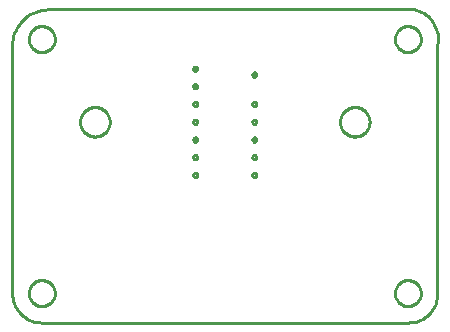
<source format=gbr>
G04 EAGLE Gerber RS-274X export*
G75*
%MOMM*%
%FSLAX34Y34*%
%LPD*%
%IN*%
%IPPOS*%
%AMOC8*
5,1,8,0,0,1.08239X$1,22.5*%
G01*
%ADD10C,0.254000*%


D10*
X0Y25000D02*
X95Y22821D01*
X380Y20659D01*
X852Y18530D01*
X1508Y16450D01*
X2342Y14435D01*
X3349Y12500D01*
X4521Y10661D01*
X5849Y8930D01*
X7322Y7322D01*
X8930Y5849D01*
X10661Y4521D01*
X12500Y3349D01*
X14435Y2342D01*
X16450Y1508D01*
X18530Y852D01*
X20659Y380D01*
X22821Y95D01*
X25000Y0D01*
X335000Y0D01*
X337179Y95D01*
X339341Y380D01*
X341470Y852D01*
X343551Y1508D01*
X345565Y2342D01*
X347500Y3349D01*
X349339Y4521D01*
X351070Y5849D01*
X352678Y7322D01*
X354151Y8930D01*
X355479Y10661D01*
X356651Y12500D01*
X357658Y14435D01*
X358492Y16450D01*
X359148Y18530D01*
X359620Y20659D01*
X359905Y22821D01*
X360000Y25000D01*
X360000Y235100D01*
X360341Y237298D01*
X360488Y239517D01*
X360442Y241741D01*
X360202Y243952D01*
X359771Y246134D01*
X359151Y248270D01*
X358347Y250344D01*
X357365Y252339D01*
X356213Y254242D01*
X354900Y256037D01*
X353435Y257711D01*
X351830Y259251D01*
X350097Y260645D01*
X348249Y261882D01*
X346300Y262954D01*
X344265Y263852D01*
X342160Y264569D01*
X340000Y265100D01*
X30000Y265100D01*
X27385Y264986D01*
X24791Y264644D01*
X22235Y264078D01*
X19739Y263291D01*
X17321Y262289D01*
X15000Y261081D01*
X12793Y259675D01*
X10716Y258081D01*
X8787Y256313D01*
X7019Y254384D01*
X5425Y252307D01*
X4019Y250100D01*
X2811Y247779D01*
X1809Y245361D01*
X1022Y242865D01*
X456Y240309D01*
X114Y237715D01*
X0Y235100D01*
X0Y25000D01*
X156750Y214828D02*
X156683Y214490D01*
X156551Y214171D01*
X156359Y213884D01*
X156116Y213641D01*
X155829Y213449D01*
X155510Y213317D01*
X155172Y213250D01*
X154828Y213250D01*
X154490Y213317D01*
X154171Y213449D01*
X153884Y213641D01*
X153641Y213884D01*
X153449Y214171D01*
X153317Y214490D01*
X153250Y214828D01*
X153250Y215172D01*
X153317Y215510D01*
X153449Y215829D01*
X153641Y216116D01*
X153884Y216359D01*
X154171Y216551D01*
X154490Y216683D01*
X154828Y216750D01*
X155172Y216750D01*
X155510Y216683D01*
X155829Y216551D01*
X156116Y216359D01*
X156359Y216116D01*
X156551Y215829D01*
X156683Y215510D01*
X156750Y215172D01*
X156750Y214828D01*
X156750Y199828D02*
X156683Y199490D01*
X156551Y199171D01*
X156359Y198884D01*
X156116Y198641D01*
X155829Y198449D01*
X155510Y198317D01*
X155172Y198250D01*
X154828Y198250D01*
X154490Y198317D01*
X154171Y198449D01*
X153884Y198641D01*
X153641Y198884D01*
X153449Y199171D01*
X153317Y199490D01*
X153250Y199828D01*
X153250Y200172D01*
X153317Y200510D01*
X153449Y200829D01*
X153641Y201116D01*
X153884Y201359D01*
X154171Y201551D01*
X154490Y201683D01*
X154828Y201750D01*
X155172Y201750D01*
X155510Y201683D01*
X155829Y201551D01*
X156116Y201359D01*
X156359Y201116D01*
X156551Y200829D01*
X156683Y200510D01*
X156750Y200172D01*
X156750Y199828D01*
X156750Y184828D02*
X156683Y184490D01*
X156551Y184171D01*
X156359Y183884D01*
X156116Y183641D01*
X155829Y183449D01*
X155510Y183317D01*
X155172Y183250D01*
X154828Y183250D01*
X154490Y183317D01*
X154171Y183449D01*
X153884Y183641D01*
X153641Y183884D01*
X153449Y184171D01*
X153317Y184490D01*
X153250Y184828D01*
X153250Y185172D01*
X153317Y185510D01*
X153449Y185829D01*
X153641Y186116D01*
X153884Y186359D01*
X154171Y186551D01*
X154490Y186683D01*
X154828Y186750D01*
X155172Y186750D01*
X155510Y186683D01*
X155829Y186551D01*
X156116Y186359D01*
X156359Y186116D01*
X156551Y185829D01*
X156683Y185510D01*
X156750Y185172D01*
X156750Y184828D01*
X156750Y154828D02*
X156683Y154490D01*
X156551Y154171D01*
X156359Y153884D01*
X156116Y153641D01*
X155829Y153449D01*
X155510Y153317D01*
X155172Y153250D01*
X154828Y153250D01*
X154490Y153317D01*
X154171Y153449D01*
X153884Y153641D01*
X153641Y153884D01*
X153449Y154171D01*
X153317Y154490D01*
X153250Y154828D01*
X153250Y155172D01*
X153317Y155510D01*
X153449Y155829D01*
X153641Y156116D01*
X153884Y156359D01*
X154171Y156551D01*
X154490Y156683D01*
X154828Y156750D01*
X155172Y156750D01*
X155510Y156683D01*
X155829Y156551D01*
X156116Y156359D01*
X156359Y156116D01*
X156551Y155829D01*
X156683Y155510D01*
X156750Y155172D01*
X156750Y154828D01*
X156750Y169828D02*
X156683Y169490D01*
X156551Y169171D01*
X156359Y168884D01*
X156116Y168641D01*
X155829Y168449D01*
X155510Y168317D01*
X155172Y168250D01*
X154828Y168250D01*
X154490Y168317D01*
X154171Y168449D01*
X153884Y168641D01*
X153641Y168884D01*
X153449Y169171D01*
X153317Y169490D01*
X153250Y169828D01*
X153250Y170172D01*
X153317Y170510D01*
X153449Y170829D01*
X153641Y171116D01*
X153884Y171359D01*
X154171Y171551D01*
X154490Y171683D01*
X154828Y171750D01*
X155172Y171750D01*
X155510Y171683D01*
X155829Y171551D01*
X156116Y171359D01*
X156359Y171116D01*
X156551Y170829D01*
X156683Y170510D01*
X156750Y170172D01*
X156750Y169828D01*
X156750Y124828D02*
X156683Y124490D01*
X156551Y124171D01*
X156359Y123884D01*
X156116Y123641D01*
X155829Y123449D01*
X155510Y123317D01*
X155172Y123250D01*
X154828Y123250D01*
X154490Y123317D01*
X154171Y123449D01*
X153884Y123641D01*
X153641Y123884D01*
X153449Y124171D01*
X153317Y124490D01*
X153250Y124828D01*
X153250Y125172D01*
X153317Y125510D01*
X153449Y125829D01*
X153641Y126116D01*
X153884Y126359D01*
X154171Y126551D01*
X154490Y126683D01*
X154828Y126750D01*
X155172Y126750D01*
X155510Y126683D01*
X155829Y126551D01*
X156116Y126359D01*
X156359Y126116D01*
X156551Y125829D01*
X156683Y125510D01*
X156750Y125172D01*
X156750Y124828D01*
X156750Y139828D02*
X156683Y139490D01*
X156551Y139171D01*
X156359Y138884D01*
X156116Y138641D01*
X155829Y138449D01*
X155510Y138317D01*
X155172Y138250D01*
X154828Y138250D01*
X154490Y138317D01*
X154171Y138449D01*
X153884Y138641D01*
X153641Y138884D01*
X153449Y139171D01*
X153317Y139490D01*
X153250Y139828D01*
X153250Y140172D01*
X153317Y140510D01*
X153449Y140829D01*
X153641Y141116D01*
X153884Y141359D01*
X154171Y141551D01*
X154490Y141683D01*
X154828Y141750D01*
X155172Y141750D01*
X155510Y141683D01*
X155829Y141551D01*
X156116Y141359D01*
X156359Y141116D01*
X156551Y140829D01*
X156683Y140510D01*
X156750Y140172D01*
X156750Y139828D01*
X82500Y169509D02*
X82423Y168530D01*
X82269Y167560D01*
X82040Y166604D01*
X81736Y165670D01*
X81361Y164763D01*
X80915Y163888D01*
X80401Y163050D01*
X79824Y162255D01*
X79186Y161508D01*
X78492Y160814D01*
X77745Y160176D01*
X76950Y159599D01*
X76112Y159085D01*
X75237Y158639D01*
X74330Y158264D01*
X73396Y157960D01*
X72441Y157731D01*
X71470Y157577D01*
X70491Y157500D01*
X69509Y157500D01*
X68530Y157577D01*
X67560Y157731D01*
X66604Y157960D01*
X65670Y158264D01*
X64763Y158639D01*
X63888Y159085D01*
X63050Y159599D01*
X62255Y160176D01*
X61508Y160814D01*
X60814Y161508D01*
X60176Y162255D01*
X59599Y163050D01*
X59085Y163888D01*
X58639Y164763D01*
X58264Y165670D01*
X57960Y166604D01*
X57731Y167560D01*
X57577Y168530D01*
X57500Y169509D01*
X57500Y170491D01*
X57577Y171470D01*
X57731Y172441D01*
X57960Y173396D01*
X58264Y174330D01*
X58639Y175237D01*
X59085Y176112D01*
X59599Y176950D01*
X60176Y177745D01*
X60814Y178492D01*
X61508Y179186D01*
X62255Y179824D01*
X63050Y180401D01*
X63888Y180915D01*
X64763Y181361D01*
X65670Y181736D01*
X66604Y182040D01*
X67560Y182269D01*
X68530Y182423D01*
X69509Y182500D01*
X70491Y182500D01*
X71470Y182423D01*
X72441Y182269D01*
X73396Y182040D01*
X74330Y181736D01*
X75237Y181361D01*
X76112Y180915D01*
X76950Y180401D01*
X77745Y179824D01*
X78492Y179186D01*
X79186Y178492D01*
X79824Y177745D01*
X80401Y176950D01*
X80915Y176112D01*
X81361Y175237D01*
X81736Y174330D01*
X82040Y173396D01*
X82269Y172441D01*
X82423Y171470D01*
X82500Y170491D01*
X82500Y169509D01*
X206750Y209828D02*
X206683Y209490D01*
X206551Y209171D01*
X206359Y208884D01*
X206116Y208641D01*
X205829Y208449D01*
X205510Y208317D01*
X205172Y208250D01*
X204828Y208250D01*
X204490Y208317D01*
X204171Y208449D01*
X203884Y208641D01*
X203641Y208884D01*
X203449Y209171D01*
X203317Y209490D01*
X203250Y209828D01*
X203250Y210172D01*
X203317Y210510D01*
X203449Y210829D01*
X203641Y211116D01*
X203884Y211359D01*
X204171Y211551D01*
X204490Y211683D01*
X204828Y211750D01*
X205172Y211750D01*
X205510Y211683D01*
X205829Y211551D01*
X206116Y211359D01*
X206359Y211116D01*
X206551Y210829D01*
X206683Y210510D01*
X206750Y210172D01*
X206750Y209828D01*
X206750Y184828D02*
X206683Y184490D01*
X206551Y184171D01*
X206359Y183884D01*
X206116Y183641D01*
X205829Y183449D01*
X205510Y183317D01*
X205172Y183250D01*
X204828Y183250D01*
X204490Y183317D01*
X204171Y183449D01*
X203884Y183641D01*
X203641Y183884D01*
X203449Y184171D01*
X203317Y184490D01*
X203250Y184828D01*
X203250Y185172D01*
X203317Y185510D01*
X203449Y185829D01*
X203641Y186116D01*
X203884Y186359D01*
X204171Y186551D01*
X204490Y186683D01*
X204828Y186750D01*
X205172Y186750D01*
X205510Y186683D01*
X205829Y186551D01*
X206116Y186359D01*
X206359Y186116D01*
X206551Y185829D01*
X206683Y185510D01*
X206750Y185172D01*
X206750Y184828D01*
X206750Y154828D02*
X206683Y154490D01*
X206551Y154171D01*
X206359Y153884D01*
X206116Y153641D01*
X205829Y153449D01*
X205510Y153317D01*
X205172Y153250D01*
X204828Y153250D01*
X204490Y153317D01*
X204171Y153449D01*
X203884Y153641D01*
X203641Y153884D01*
X203449Y154171D01*
X203317Y154490D01*
X203250Y154828D01*
X203250Y155172D01*
X203317Y155510D01*
X203449Y155829D01*
X203641Y156116D01*
X203884Y156359D01*
X204171Y156551D01*
X204490Y156683D01*
X204828Y156750D01*
X205172Y156750D01*
X205510Y156683D01*
X205829Y156551D01*
X206116Y156359D01*
X206359Y156116D01*
X206551Y155829D01*
X206683Y155510D01*
X206750Y155172D01*
X206750Y154828D01*
X206750Y169828D02*
X206683Y169490D01*
X206551Y169171D01*
X206359Y168884D01*
X206116Y168641D01*
X205829Y168449D01*
X205510Y168317D01*
X205172Y168250D01*
X204828Y168250D01*
X204490Y168317D01*
X204171Y168449D01*
X203884Y168641D01*
X203641Y168884D01*
X203449Y169171D01*
X203317Y169490D01*
X203250Y169828D01*
X203250Y170172D01*
X203317Y170510D01*
X203449Y170829D01*
X203641Y171116D01*
X203884Y171359D01*
X204171Y171551D01*
X204490Y171683D01*
X204828Y171750D01*
X205172Y171750D01*
X205510Y171683D01*
X205829Y171551D01*
X206116Y171359D01*
X206359Y171116D01*
X206551Y170829D01*
X206683Y170510D01*
X206750Y170172D01*
X206750Y169828D01*
X206750Y124828D02*
X206683Y124490D01*
X206551Y124171D01*
X206359Y123884D01*
X206116Y123641D01*
X205829Y123449D01*
X205510Y123317D01*
X205172Y123250D01*
X204828Y123250D01*
X204490Y123317D01*
X204171Y123449D01*
X203884Y123641D01*
X203641Y123884D01*
X203449Y124171D01*
X203317Y124490D01*
X203250Y124828D01*
X203250Y125172D01*
X203317Y125510D01*
X203449Y125829D01*
X203641Y126116D01*
X203884Y126359D01*
X204171Y126551D01*
X204490Y126683D01*
X204828Y126750D01*
X205172Y126750D01*
X205510Y126683D01*
X205829Y126551D01*
X206116Y126359D01*
X206359Y126116D01*
X206551Y125829D01*
X206683Y125510D01*
X206750Y125172D01*
X206750Y124828D01*
X206750Y139828D02*
X206683Y139490D01*
X206551Y139171D01*
X206359Y138884D01*
X206116Y138641D01*
X205829Y138449D01*
X205510Y138317D01*
X205172Y138250D01*
X204828Y138250D01*
X204490Y138317D01*
X204171Y138449D01*
X203884Y138641D01*
X203641Y138884D01*
X203449Y139171D01*
X203317Y139490D01*
X203250Y139828D01*
X203250Y140172D01*
X203317Y140510D01*
X203449Y140829D01*
X203641Y141116D01*
X203884Y141359D01*
X204171Y141551D01*
X204490Y141683D01*
X204828Y141750D01*
X205172Y141750D01*
X205510Y141683D01*
X205829Y141551D01*
X206116Y141359D01*
X206359Y141116D01*
X206551Y140829D01*
X206683Y140510D01*
X206750Y140172D01*
X206750Y139828D01*
X302500Y169509D02*
X302423Y168530D01*
X302269Y167560D01*
X302040Y166604D01*
X301736Y165670D01*
X301361Y164763D01*
X300915Y163888D01*
X300401Y163050D01*
X299824Y162255D01*
X299186Y161508D01*
X298492Y160814D01*
X297745Y160176D01*
X296950Y159599D01*
X296112Y159085D01*
X295237Y158639D01*
X294330Y158264D01*
X293396Y157960D01*
X292441Y157731D01*
X291470Y157577D01*
X290491Y157500D01*
X289509Y157500D01*
X288530Y157577D01*
X287560Y157731D01*
X286604Y157960D01*
X285670Y158264D01*
X284763Y158639D01*
X283888Y159085D01*
X283050Y159599D01*
X282255Y160176D01*
X281508Y160814D01*
X280814Y161508D01*
X280176Y162255D01*
X279599Y163050D01*
X279085Y163888D01*
X278639Y164763D01*
X278264Y165670D01*
X277960Y166604D01*
X277731Y167560D01*
X277577Y168530D01*
X277500Y169509D01*
X277500Y170491D01*
X277577Y171470D01*
X277731Y172441D01*
X277960Y173396D01*
X278264Y174330D01*
X278639Y175237D01*
X279085Y176112D01*
X279599Y176950D01*
X280176Y177745D01*
X280814Y178492D01*
X281508Y179186D01*
X282255Y179824D01*
X283050Y180401D01*
X283888Y180915D01*
X284763Y181361D01*
X285670Y181736D01*
X286604Y182040D01*
X287560Y182269D01*
X288530Y182423D01*
X289509Y182500D01*
X290491Y182500D01*
X291470Y182423D01*
X292441Y182269D01*
X293396Y182040D01*
X294330Y181736D01*
X295237Y181361D01*
X296112Y180915D01*
X296950Y180401D01*
X297745Y179824D01*
X298492Y179186D01*
X299186Y178492D01*
X299824Y177745D01*
X300401Y176950D01*
X300915Y176112D01*
X301361Y175237D01*
X301736Y174330D01*
X302040Y173396D01*
X302269Y172441D01*
X302423Y171470D01*
X302500Y170491D01*
X302500Y169509D01*
X36000Y24568D02*
X35932Y23706D01*
X35797Y22852D01*
X35595Y22012D01*
X35328Y21190D01*
X34997Y20391D01*
X34605Y19621D01*
X34153Y18884D01*
X33645Y18185D01*
X33084Y17527D01*
X32473Y16916D01*
X31815Y16355D01*
X31116Y15847D01*
X30379Y15395D01*
X29609Y15003D01*
X28810Y14672D01*
X27988Y14405D01*
X27148Y14203D01*
X26294Y14068D01*
X25432Y14000D01*
X24568Y14000D01*
X23706Y14068D01*
X22852Y14203D01*
X22012Y14405D01*
X21190Y14672D01*
X20391Y15003D01*
X19621Y15395D01*
X18884Y15847D01*
X18185Y16355D01*
X17527Y16916D01*
X16916Y17527D01*
X16355Y18185D01*
X15847Y18884D01*
X15395Y19621D01*
X15003Y20391D01*
X14672Y21190D01*
X14405Y22012D01*
X14203Y22852D01*
X14068Y23706D01*
X14000Y24568D01*
X14000Y25432D01*
X14068Y26294D01*
X14203Y27148D01*
X14405Y27988D01*
X14672Y28810D01*
X15003Y29609D01*
X15395Y30379D01*
X15847Y31116D01*
X16355Y31815D01*
X16916Y32473D01*
X17527Y33084D01*
X18185Y33645D01*
X18884Y34153D01*
X19621Y34605D01*
X20391Y34997D01*
X21190Y35328D01*
X22012Y35595D01*
X22852Y35797D01*
X23706Y35932D01*
X24568Y36000D01*
X25432Y36000D01*
X26294Y35932D01*
X27148Y35797D01*
X27988Y35595D01*
X28810Y35328D01*
X29609Y34997D01*
X30379Y34605D01*
X31116Y34153D01*
X31815Y33645D01*
X32473Y33084D01*
X33084Y32473D01*
X33645Y31815D01*
X34153Y31116D01*
X34605Y30379D01*
X34997Y29609D01*
X35328Y28810D01*
X35595Y27988D01*
X35797Y27148D01*
X35932Y26294D01*
X36000Y25432D01*
X36000Y24568D01*
X346000Y24568D02*
X345932Y23706D01*
X345797Y22852D01*
X345595Y22012D01*
X345328Y21190D01*
X344997Y20391D01*
X344605Y19621D01*
X344153Y18884D01*
X343645Y18185D01*
X343084Y17527D01*
X342473Y16916D01*
X341815Y16355D01*
X341116Y15847D01*
X340379Y15395D01*
X339609Y15003D01*
X338810Y14672D01*
X337988Y14405D01*
X337148Y14203D01*
X336294Y14068D01*
X335432Y14000D01*
X334568Y14000D01*
X333706Y14068D01*
X332852Y14203D01*
X332012Y14405D01*
X331190Y14672D01*
X330391Y15003D01*
X329621Y15395D01*
X328884Y15847D01*
X328185Y16355D01*
X327527Y16916D01*
X326916Y17527D01*
X326355Y18185D01*
X325847Y18884D01*
X325395Y19621D01*
X325003Y20391D01*
X324672Y21190D01*
X324405Y22012D01*
X324203Y22852D01*
X324068Y23706D01*
X324000Y24568D01*
X324000Y25432D01*
X324068Y26294D01*
X324203Y27148D01*
X324405Y27988D01*
X324672Y28810D01*
X325003Y29609D01*
X325395Y30379D01*
X325847Y31116D01*
X326355Y31815D01*
X326916Y32473D01*
X327527Y33084D01*
X328185Y33645D01*
X328884Y34153D01*
X329621Y34605D01*
X330391Y34997D01*
X331190Y35328D01*
X332012Y35595D01*
X332852Y35797D01*
X333706Y35932D01*
X334568Y36000D01*
X335432Y36000D01*
X336294Y35932D01*
X337148Y35797D01*
X337988Y35595D01*
X338810Y35328D01*
X339609Y34997D01*
X340379Y34605D01*
X341116Y34153D01*
X341815Y33645D01*
X342473Y33084D01*
X343084Y32473D01*
X343645Y31815D01*
X344153Y31116D01*
X344605Y30379D01*
X344997Y29609D01*
X345328Y28810D01*
X345595Y27988D01*
X345797Y27148D01*
X345932Y26294D01*
X346000Y25432D01*
X346000Y24568D01*
X346000Y239568D02*
X345932Y238706D01*
X345797Y237852D01*
X345595Y237012D01*
X345328Y236190D01*
X344997Y235391D01*
X344605Y234621D01*
X344153Y233884D01*
X343645Y233185D01*
X343084Y232527D01*
X342473Y231916D01*
X341815Y231355D01*
X341116Y230847D01*
X340379Y230395D01*
X339609Y230003D01*
X338810Y229672D01*
X337988Y229405D01*
X337148Y229203D01*
X336294Y229068D01*
X335432Y229000D01*
X334568Y229000D01*
X333706Y229068D01*
X332852Y229203D01*
X332012Y229405D01*
X331190Y229672D01*
X330391Y230003D01*
X329621Y230395D01*
X328884Y230847D01*
X328185Y231355D01*
X327527Y231916D01*
X326916Y232527D01*
X326355Y233185D01*
X325847Y233884D01*
X325395Y234621D01*
X325003Y235391D01*
X324672Y236190D01*
X324405Y237012D01*
X324203Y237852D01*
X324068Y238706D01*
X324000Y239568D01*
X324000Y240432D01*
X324068Y241294D01*
X324203Y242148D01*
X324405Y242988D01*
X324672Y243810D01*
X325003Y244609D01*
X325395Y245379D01*
X325847Y246116D01*
X326355Y246815D01*
X326916Y247473D01*
X327527Y248084D01*
X328185Y248645D01*
X328884Y249153D01*
X329621Y249605D01*
X330391Y249997D01*
X331190Y250328D01*
X332012Y250595D01*
X332852Y250797D01*
X333706Y250932D01*
X334568Y251000D01*
X335432Y251000D01*
X336294Y250932D01*
X337148Y250797D01*
X337988Y250595D01*
X338810Y250328D01*
X339609Y249997D01*
X340379Y249605D01*
X341116Y249153D01*
X341815Y248645D01*
X342473Y248084D01*
X343084Y247473D01*
X343645Y246815D01*
X344153Y246116D01*
X344605Y245379D01*
X344997Y244609D01*
X345328Y243810D01*
X345595Y242988D01*
X345797Y242148D01*
X345932Y241294D01*
X346000Y240432D01*
X346000Y239568D01*
X36000Y239568D02*
X35932Y238706D01*
X35797Y237852D01*
X35595Y237012D01*
X35328Y236190D01*
X34997Y235391D01*
X34605Y234621D01*
X34153Y233884D01*
X33645Y233185D01*
X33084Y232527D01*
X32473Y231916D01*
X31815Y231355D01*
X31116Y230847D01*
X30379Y230395D01*
X29609Y230003D01*
X28810Y229672D01*
X27988Y229405D01*
X27148Y229203D01*
X26294Y229068D01*
X25432Y229000D01*
X24568Y229000D01*
X23706Y229068D01*
X22852Y229203D01*
X22012Y229405D01*
X21190Y229672D01*
X20391Y230003D01*
X19621Y230395D01*
X18884Y230847D01*
X18185Y231355D01*
X17527Y231916D01*
X16916Y232527D01*
X16355Y233185D01*
X15847Y233884D01*
X15395Y234621D01*
X15003Y235391D01*
X14672Y236190D01*
X14405Y237012D01*
X14203Y237852D01*
X14068Y238706D01*
X14000Y239568D01*
X14000Y240432D01*
X14068Y241294D01*
X14203Y242148D01*
X14405Y242988D01*
X14672Y243810D01*
X15003Y244609D01*
X15395Y245379D01*
X15847Y246116D01*
X16355Y246815D01*
X16916Y247473D01*
X17527Y248084D01*
X18185Y248645D01*
X18884Y249153D01*
X19621Y249605D01*
X20391Y249997D01*
X21190Y250328D01*
X22012Y250595D01*
X22852Y250797D01*
X23706Y250932D01*
X24568Y251000D01*
X25432Y251000D01*
X26294Y250932D01*
X27148Y250797D01*
X27988Y250595D01*
X28810Y250328D01*
X29609Y249997D01*
X30379Y249605D01*
X31116Y249153D01*
X31815Y248645D01*
X32473Y248084D01*
X33084Y247473D01*
X33645Y246815D01*
X34153Y246116D01*
X34605Y245379D01*
X34997Y244609D01*
X35328Y243810D01*
X35595Y242988D01*
X35797Y242148D01*
X35932Y241294D01*
X36000Y240432D01*
X36000Y239568D01*
M02*

</source>
